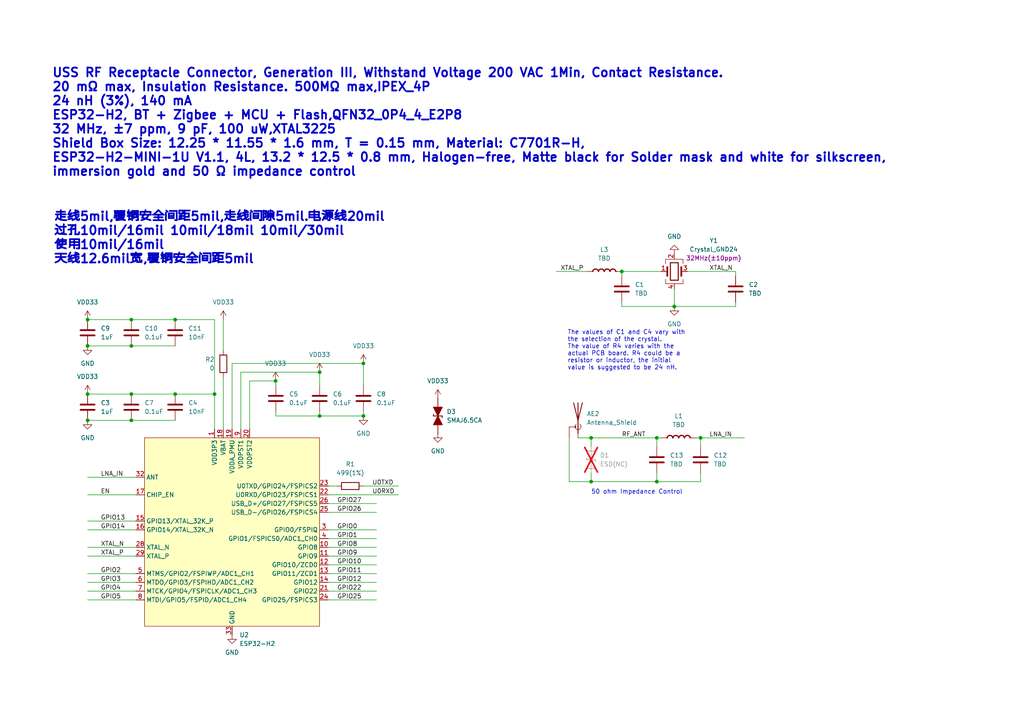
<source format=kicad_sch>
(kicad_sch (version 20250114) (generator "eeschema") (generator_version "9.0")
  (paper "A4")
  (lib_symbols
    (symbol "Device:Antenna_Shield" (pin_numbers (hide yes)) (pin_names (offset 1.016) (hide yes))
      (property "Reference" "AE" (at -1.905 4.445 0))
      (property "Value" "Antenna_Shield" (at -1.905 2.54 0))
      (symbol "Antenna_Shield_0_1"
        (arc (start 0 -2.667) (mid -0.8485 -2.1032) (end -0.508 -1.143))
        (polyline (pts (xy 0 5.08) (xy 0 -3.81)) (stroke (width 0.254)))
        (polyline (pts (xy 0 -2.54) (xy 0 0)))
        (arc (start 0.508 -1.143) (mid 0.8046 -2.0885) (end 0 -2.667))
        (polyline (pts (xy 0.762 -1.905) (xy 2.54 -1.905)))
        (circle (center 0.762 -1.905) (radius 0.1778) (fill (type outline)))
        (polyline (pts (xy 1.27 5.08) (xy 0 0) (xy -1.27 5.08)) (stroke (width 0.254)))
        (polyline (pts (xy 2.54 -2.54) (xy 2.54 -1.905)))
      )
      (symbol "Antenna_Shield_1_1"
        (pin input line (at 0 -5.08 90) (length 2.54) (name "A") (number "1"))
        (pin input line (at 2.54 -5.08 90) (length 2.54) (name "Shield") (number "2"))
      )
    )
    (symbol "Device:Crystal_GND24" (pin_names (offset 1.016) (hide yes))
      (property "Reference" "Y" (at 3.175 5.08 0))
      (property "Value" "Crystal_GND24" (at 3.175 3.175 0))
      (symbol "Crystal_GND24_0_1"
        (polyline (pts (xy -2.54 2.286) (xy -2.54 3.556) (xy 2.54 3.556) (xy 2.54 2.286)))
        (polyline (pts (xy -2.54 0) (xy -2.032 0)))
        (polyline (pts (xy -2.54 -2.286) (xy -2.54 -3.556) (xy 2.54 -3.556) (xy 2.54 -2.286)))
        (polyline (pts (xy -2.032 -1.27) (xy -2.032 1.27)) (stroke (width 0.508)))
        (rectangle (start -1.143 2.54) (end 1.143 -2.54) (stroke (width 0.3048)))
        (polyline (pts (xy 0 3.556) (xy 0 3.81)))
        (polyline (pts (xy 0 -3.81) (xy 0 -3.556)))
        (polyline (pts (xy 2.032 0) (xy 2.54 0)))
        (polyline (pts (xy 2.032 -1.27) (xy 2.032 1.27)) (stroke (width 0.508)))
      )
      (symbol "Crystal_GND24_1_1"
        (pin passive line (at -3.81 0 0) (length 1.27) (name "1") (number "1"))
        (pin passive line (at 0 5.08 270) (length 1.27) (name "2") (number "2"))
        (pin passive line (at 0 -5.08 90) (length 1.27) (name "4") (number "4"))
        (pin passive line (at 3.81 0 180) (length 1.27) (name "3") (number "3"))
      )
    )
    (symbol "Diode:ESD9B5.0ST5G" (pin_numbers (hide yes)) (pin_names (offset 1.016) (hide yes))
      (property "Reference" "D" (at 0 2.54 0))
      (property "Value" "ESD9B5.0ST5G" (at 0 -2.54 0))
      (symbol "ESD9B5.0ST5G_0_1"
        (polyline (pts (xy -2.54 -1.27) (xy 0 0) (xy -2.54 1.27) (xy -2.54 -1.27)) (stroke (width 0.2032)))
        (polyline (pts (xy 0.508 1.27) (xy 0 1.27) (xy 0 -1.27) (xy -0.508 -1.27)) (stroke (width 0.2032)))
        (polyline (pts (xy 1.27 0) (xy -1.27 0)))
        (polyline (pts (xy 2.54 1.27) (xy 2.54 -1.27) (xy 0 0) (xy 2.54 1.27)) (stroke (width 0.2032)))
      )
      (symbol "ESD9B5.0ST5G_1_1"
        (pin passive line (at -3.81 0 0) (length 2.54) (name "A1") (number "1"))
        (pin passive line (at 3.81 0 180) (length 2.54) (name "A2") (number "2"))
      )
    )
    (symbol "PCM_Capacitor_AKL:C_1206" (pin_numbers (hide yes)) (pin_names (offset 0.254))
      (property "Reference" "C" (at 0.635 2.54 0))
      (property "Value" "C_1206" (at 0.635 -2.54 0))
      (symbol "C_1206_0_1"
        (polyline (pts (xy -2.032 0.762) (xy 2.032 0.762)) (stroke (width 0.508)))
        (polyline (pts (xy -2.032 -0.762) (xy 2.032 -0.762)) (stroke (width 0.508)))
      )
      (symbol "C_1206_0_2"
        (polyline (pts (xy -2.54 -2.54) (xy -0.381 -0.381)))
        (polyline (pts (xy -0.508 -0.508) (xy -1.651 0.635)) (stroke (width 0.508)))
        (polyline (pts (xy -0.508 -0.508) (xy 0.635 -1.651)) (stroke (width 0.508)))
        (polyline (pts (xy 0.381 0.381) (xy 2.54 2.54)))
        (polyline (pts (xy 0.508 0.508) (xy -0.635 1.651)) (stroke (width 0.508)))
        (polyline (pts (xy 0.508 0.508) (xy 1.651 -0.635)) (stroke (width 0.508)))
      )
      (symbol "C_1206_1_1"
        (pin passive line (at 0 3.81 270) (length 2.794) (name "~") (number "1"))
        (pin passive line (at 0 -3.81 90) (length 2.794) (name "~") (number "2"))
      )
      (symbol "C_1206_1_2"
        (pin passive line (at -2.54 -2.54 90) (length 0) (name "~") (number "2"))
        (pin passive line (at 2.54 2.54 270) (length 0) (name "~") (number "1"))
      )
    )
    (symbol "PCM_Diode_TVS_AKL:SMAJ6.5CA" (pin_numbers (hide yes)) (pin_names (offset 1.016) (hide yes))
      (property "Reference" "D" (at 0 5.08 0))
      (property "Value" "SMAJ6.5CA" (at 0 2.54 0))
      (symbol "SMAJ6.5CA_0_1"
        (polyline (pts (xy 0 1.27) (xy 0 -1.27)) (stroke (width 0.254)))
        (polyline (pts (xy 0 1.27) (xy 0.508 1.27)) (stroke (width 0.254)))
        (polyline (pts (xy 0 0) (xy -2.54 1.27) (xy -2.54 -1.27) (xy 0 0)) (stroke (width 0.254)) (fill (type outline)))
        (polyline (pts (xy 0 -1.27) (xy -0.508 -1.27)) (stroke (width 0.254)))
        (polyline (pts (xy 1.27 0) (xy -1.27 0)))
        (polyline (pts (xy 2.54 1.27) (xy 2.54 -1.27) (xy 0 0) (xy 2.54 1.27)) (stroke (width 0.254)) (fill (type outline)))
      )
      (symbol "SMAJ6.5CA_0_2"
        (polyline (pts (xy -3.81 -3.81) (xy 3.81 3.81)))
        (polyline (pts (xy -1.778 -1.778) (xy -2.667 -0.889) (xy 0 0) (xy -0.889 -2.667) (xy -1.778 -1.778)) (stroke (width 0.254)) (fill (type outline)))
        (polyline (pts (xy -0.889 0.889) (xy -1.27 0.508)) (stroke (width 0.254)))
        (polyline (pts (xy -0.889 0.889) (xy 0.889 -0.889)) (stroke (width 0.254)))
        (polyline (pts (xy 0.889 -0.889) (xy 1.27 -0.508)) (stroke (width 0.254)))
        (polyline (pts (xy 1.778 1.778) (xy 2.667 0.889) (xy 0 0) (xy 0.889 2.667) (xy 1.778 1.778)) (stroke (width 0.254)) (fill (type outline)))
      )
      (symbol "SMAJ6.5CA_1_1"
        (pin passive line (at -5.08 0 0) (length 2.54) (name "K") (number "1"))
        (pin passive line (at 5.08 0 180) (length 2.54) (name "A") (number "2"))
      )
      (symbol "SMAJ6.5CA_1_2"
        (pin passive line (at -3.81 -3.81 0) (length 0) (name "A") (number "2"))
        (pin passive line (at 3.81 3.81 180) (length 0) (name "K") (number "1"))
      )
    )
    (symbol "PCM_Elektuur:L" (pin_numbers (hide yes)) (pin_names (offset 0) (hide yes))
      (property "Reference" "L" (at 2.54 3.175 0))
      (property "Value" "L" (at 2.54 -3.175 0))
      (symbol "L_1_0"
        (arc (start 0 3.302) (mid 0.6604 2.5146) (end 0 1.7272) (stroke (width 0.254)))
        (arc (start 0 1.6256) (mid 0.6604 0.8382) (end 0 0.0508) (stroke (width 0.254)))
        (arc (start 0 -0.0508) (mid 0.6604 -0.8382) (end 0 -1.6256) (stroke (width 0.254)))
        (arc (start 0 -1.7272) (mid 0.6604 -2.5146) (end 0 -3.302) (stroke (width 0.254)))
        (arc (start 0 3.4036) (mid 0.762 2.5146) (end 0 1.6256) (stroke (width 0.254)))
        (arc (start 0 1.7272) (mid 0.762 0.8382) (end 0 -0.0508) (stroke (width 0.254)))
        (arc (start 0 0.0508) (mid 0.762 -0.8382) (end 0 -1.7272) (stroke (width 0.254)))
        (arc (start 0 -1.6256) (mid 0.762 -2.5146) (end 0 -3.4036) (stroke (width 0.254)))
        (polyline (pts (xy 0 3.5052) (xy 0 3.302)) (stroke (width 0.254)))
        (polyline (pts (xy 0 1.7272) (xy 0 1.6256)) (stroke (width 0.254)))
        (polyline (pts (xy 0 0.0508) (xy 0 -0.0508)) (stroke (width 0.254)))
        (polyline (pts (xy 0 -1.6256) (xy 0 -1.7272)) (stroke (width 0.254)))
        (polyline (pts (xy 0 -3.302) (xy 0 -3.5052)) (stroke (width 0.254)))
        (pin passive line (at 0 5.08 270) (length 1.5748) (name "+") (number "1"))
        (pin passive line (at 0 -5.08 90) (length 1.5748) (name "-") (number "2"))
      )
      (symbol "L_1_2"
        (rectangle (start 1.524 3.3782) (end 1.9812 -3.3782) (stroke (width 0.254)) (fill (type outline)))
      )
      (symbol "L_1_3"
        (rectangle (start 1.524 3.0988) (end 1.9812 1.9304) (stroke (width 0.254)) (fill (type outline)))
        (rectangle (start 1.524 1.4224) (end 1.9812 0.254) (stroke (width 0.254)) (fill (type outline)))
        (rectangle (start 1.524 -0.254) (end 1.9812 -1.4224) (stroke (width 0.254)) (fill (type outline)))
        (rectangle (start 1.524 -1.9304) (end 1.9812 -3.0988) (stroke (width 0.254)) (fill (type outline)))
      )
    )
    (symbol "PCM_Espressif:ESP32-H2"
      (property "Reference" "U" (at -25.4 30.48 0))
      (property "Value" "ESP32-H2" (at 20.32 30.48 0))
      (symbol "ESP32-H2_0_1"
        (rectangle (start -25.4 29.21) (end 25.4 -25.4) (fill (type background)))
      )
      (symbol "ESP32-H2_1_1"
        (pin bidirectional line (at -27.94 17.78 0) (length 2.54) (name "ANT") (number "32"))
        (pin input line (at -27.94 12.7 0) (length 2.54) (name "CHIP_EN") (number "17"))
        (pin bidirectional line (at -27.94 5.08 0) (length 2.54) (name "GPIO13/XTAL_32K_P") (number "15"))
        (pin bidirectional line (at -27.94 2.54 0) (length 2.54) (name "GPIO14/XTAL_32K_N") (number "16"))
        (pin output line (at -27.94 -2.54 0) (length 2.54) (name "XTAL_N") (number "28"))
        (pin input line (at -27.94 -5.08 0) (length 2.54) (name "XTAL_P") (number "29"))
        (pin bidirectional line (at -27.94 -10.16 0) (length 2.54) (name "MTMS/GPIO2/FSPIWP/ADC1_CH1") (number "5"))
        (pin bidirectional line (at -27.94 -12.7 0) (length 2.54) (name "MTDO/GPIO3/FSPIHD/ADC1_CH2") (number "6"))
        (pin bidirectional line (at -27.94 -15.24 0) (length 2.54) (name "MTCK/GPIO4/FSPICLK/ADC1_CH3") (number "7"))
        (pin bidirectional line (at -27.94 -17.78 0) (length 2.54) (name "MTDI/GPIO5/FSPID/ADC1_CH4") (number "8"))
        (pin power_in line (at -5.08 31.75 270) (length 2.54) (name "VDD3P3") (number "1"))
        (pin passive line (at -5.08 31.75 270) (length 2.54) (hide yes) (name "VDD3P3") (number "2"))
        (pin passive line (at -5.08 31.75 270) (length 2.54) (hide yes) (name "VDD3P3") (number "27"))
        (pin passive line (at -5.08 31.75 270) (length 2.54) (hide yes) (name "VDD3P3") (number "30"))
        (pin passive line (at -5.08 31.75 270) (length 2.54) (hide yes) (name "VDD3P3") (number "31"))
        (pin power_in line (at -2.54 31.75 270) (length 2.54) (name "VBAT") (number "18"))
        (pin power_in line (at 0 31.75 270) (length 2.54) (name "VDDA_PMU") (number "19"))
        (pin power_in line (at 0 -27.94 90) (length 2.54) (name "GND") (number "33"))
        (pin power_in line (at 2.54 31.75 270) (length 2.54) (name "VDDPST1") (number "9"))
        (pin power_in line (at 5.08 31.75 270) (length 2.54) (name "VDDPST2") (number "20"))
        (pin bidirectional line (at 27.94 15.24 180) (length 2.54) (name "U0TXD/GPIO24/FSPICS2") (number "23"))
        (pin bidirectional line (at 27.94 12.7 180) (length 2.54) (name "U0RXD/GPIO23/FSPICS1") (number "22"))
        (pin bidirectional line (at 27.94 10.16 180) (length 2.54) (name "USB_D+/GPIO27/FSPICS5") (number "26"))
        (pin bidirectional line (at 27.94 7.62 180) (length 2.54) (name "USB_D-/GPIO26/FSPICS4") (number "25"))
        (pin bidirectional line (at 27.94 2.54 180) (length 2.54) (name "GPIO0/FSPIQ") (number "3"))
        (pin bidirectional line (at 27.94 0 180) (length 2.54) (name "GPIO1/FSPICS0/ADC1_CH0") (number "4"))
        (pin bidirectional line (at 27.94 -2.54 180) (length 2.54) (name "GPIO8") (number "10"))
        (pin bidirectional line (at 27.94 -5.08 180) (length 2.54) (name "GPIO9") (number "11"))
        (pin bidirectional line (at 27.94 -7.62 180) (length 2.54) (name "GPIO10/ZCD0") (number "12"))
        (pin bidirectional line (at 27.94 -10.16 180) (length 2.54) (name "GPIO11/ZCD1") (number "13"))
        (pin bidirectional line (at 27.94 -12.7 180) (length 2.54) (name "GPIO12") (number "14"))
        (pin bidirectional line (at 27.94 -15.24 180) (length 2.54) (name "GPIO22") (number "21"))
        (pin bidirectional line (at 27.94 -17.78 180) (length 2.54) (name "GPIO25/FSPICS3") (number "24"))
      )
    )
    (symbol "PCM_Resistor_AKL:R_1206" (pin_numbers (hide yes)) (pin_names (offset 0))
      (property "Reference" "R" (at 2.54 1.27 0))
      (property "Value" "R_1206" (at 2.54 -1.27 0))
      (symbol "R_1206_0_1"
        (rectangle (start -1.016 2.54) (end 1.016 -2.54) (stroke (width 0.254)))
      )
      (symbol "R_1206_0_2"
        (polyline (pts (xy -2.54 -2.54) (xy -1.524 -1.524)))
        (polyline (pts (xy 1.524 1.524) (xy 2.54 2.54)))
        (polyline (pts (xy 1.524 1.524) (xy 0.889 2.159) (xy -2.159 -0.889) (xy -0.889 -2.159) (xy 2.159 0.889) (xy 1.524 1.524)) (stroke (width 0.254)))
      )
      (symbol "R_1206_1_1"
        (pin passive line (at 0 3.81 270) (length 1.27) (name "~") (number "1"))
        (pin passive line (at 0 -3.81 90) (length 1.27) (name "~") (number "2"))
      )
      (symbol "R_1206_1_2"
        (pin passive line (at -2.54 -2.54 0) (length 0) (name "") (number "2"))
        (pin passive line (at 2.54 2.54 180) (length 0) (name "") (number "1"))
      )
    )
    (symbol "power:+3.3V" (power) (pin_numbers (hide yes)) (pin_names (offset 0) (hide yes))
      (property "Value" "+3.3V" (at 0 3.556 0))
      (symbol "+3.3V_0_1"
        (polyline (pts (xy -0.762 1.27) (xy 0 2.54)))
        (polyline (pts (xy 0 2.54) (xy 0.762 1.27)))
        (polyline (pts (xy 0 0) (xy 0 2.54)))
      )
      (symbol "+3.3V_1_1"
        (pin power_in line (at 0 0 90) (length 0) (name "~") (number "1"))
      )
    )
    (symbol "power:GND" (power) (pin_numbers (hide yes)) (pin_names (offset 0) (hide yes))
      (property "Value" "GND" (at 0 -3.81 0))
      (symbol "GND_0_1"
        (polyline (pts (xy 0 0) (xy 0 -1.27) (xy 1.27 -1.27) (xy 0 -2.54) (xy -1.27 -1.27) (xy 0 -1.27)))
      )
      (symbol "GND_1_1"
        (pin power_in line (at 0 0 270) (length 0) (name "~") (number "1"))
      )
    )
  )
  (text "50 ohm Impedance Control" (at 171.45 143.51 0) (effects (font (size 1.27 1.27)) (justify left bottom)))
  (text "The values of C1 and C4 vary with\nthe selection of the crystal.\nThe value of R4 varies with the\nactual PCB board. R4 could be a\nresistor or inductor, the initial\nvalue is suggested to be 24 nH.\n" (exclude_from_sim yes) (at 164.592 101.6 0) (effects (font (size 1.27 1.27) (thickness 0.1588)) (justify left)))
  (text "USS RF Receptacle Connector, Generation III, Withstand Voltage 200 VAC 1Min, Contact Resistance. \n20 mΩ max, Insulation Resistance. 500MΩ max,IPEX_4P\n24 nH (3%), 140 mA\nESP32-H2, BT + Zigbee + MCU + Flash,QFN32_0P4_4_E2P8\n32 MHz, ±7 ppm, 9 pF, 100 uW,XTAL3225\nShield Box Size: 12.25 * 11.55 * 1.6 mm, T = 0.15 mm, Material: C7701R-H,\nESP32-H2-MINI-1U V1.1, 4L, 13.2 * 12.5 * 0.8 mm, Halogen-free, Matte black for Solder mask and white for silkscreen, \nimmersion gold and 50 Ω impedance control" (exclude_from_sim yes) (at 14.986 35.56 0) (effects (font (size 2.54 2.54) (thickness 0.508) (bold yes)) (justify left)))
  (text "走线5mil,覆铜安全间距5mil,走线间隙5mil.电源线20mil\n过孔10mil/16mil 10mil/18mil 10mil/30mil\n使用10mil/16mil\n天线12.6mil宽,覆铜安全间距5mil\n" (exclude_from_sim yes) (at 15.494 69.088 0) (effects (font (size 2.54 2.54) (thickness 0.508) (bold yes)) (justify left)))
  (junction (at 25.4 121.92))
  (junction (at 79.9309 110.49))
  (junction (at 62.23 114.3))
  (junction (at 50.8 92.71))
  (junction (at 38.1 92.71))
  (junction (at 105.41 120.65))
  (junction (at 25.4 114.3))
  (junction (at 190.5 139.7))
  (junction (at 171.45 127))
  (junction (at 25.4 92.71))
  (junction (at 38.1 114.3))
  (junction (at 38.1 100.33))
  (junction (at 195.58 88.9))
  (junction (at 190.5 127))
  (junction (at 50.8 114.3))
  (junction (at 105.41 105.41))
  (junction (at 203.2 127))
  (junction (at 25.4 100.33))
  (junction (at 92.71 120.65))
  (junction (at 171.45 139.7))
  (junction (at 38.1 121.92))
  (junction (at 180.34 78.74))
  (junction (at 92.71 107.95))
  (wire (pts (xy 62.23 124.46) (xy 62.23 114.3)))
  (wire (pts (xy 64.77 109.3293) (xy 64.77 124.46)))
  (wire (pts (xy 190.5 127) (xy 190.5 129.54)))
  (wire (pts (xy 171.45 139.7) (xy 190.5 139.7)))
  (wire (pts (xy 95.25 173.99) (xy 109.22 173.99)))
  (wire (pts (xy 95.25 168.91) (xy 109.22 168.91)))
  (wire (pts (xy 95.25 153.67) (xy 109.22 153.67)))
  (wire (pts (xy 95.25 158.75) (xy 109.22 158.75)))
  (wire (pts (xy 67.31 105.41) (xy 105.41 105.41)))
  (wire (pts (xy 105.41 105.41) (xy 105.41 111.76)))
  (wire (pts (xy 95.25 163.83) (xy 109.22 163.83)))
  (wire (pts (xy 95.25 156.21) (xy 109.22 156.21)))
  (wire (pts (xy 95.25 171.45) (xy 109.22 171.45)))
  (wire (pts (xy 165.1 127) (xy 165.1 139.7)))
  (wire (pts (xy 25.4 151.13) (xy 39.37 151.13)))
  (wire (pts (xy 72.39 124.46) (xy 72.39 110.49)))
  (wire (pts (xy 25.4 171.45) (xy 39.37 171.45)))
  (wire (pts (xy 95.25 148.59) (xy 109.22 148.59)))
  (wire (pts (xy 190.5 137.16) (xy 190.5 139.7)))
  (wire (pts (xy 80.01 110.49) (xy 80.01 111.76)))
  (wire (pts (xy 25.4 161.29) (xy 39.37 161.29)))
  (wire (pts (xy 95.25 146.05) (xy 109.22 146.05)))
  (wire (pts (xy 95.25 143.51) (xy 115.57 143.51)))
  (wire (pts (xy 180.34 87.63) (xy 180.34 88.9)))
  (wire (pts (xy 69.85 124.46) (xy 69.85 107.95)))
  (wire (pts (xy 171.45 127) (xy 171.45 129.54)))
  (wire (pts (xy 25.4 138.43) (xy 39.37 138.43)))
  (wire (pts (xy 62.23 92.71) (xy 62.23 114.3)))
  (wire (pts (xy 203.2 129.54) (xy 203.2 127)))
  (wire (pts (xy 165.1 139.7) (xy 171.45 139.7)))
  (wire (pts (xy 203.2 127) (xy 215.9 127)))
  (wire (pts (xy 67.31 124.46) (xy 67.31 105.41)))
  (wire (pts (xy 180.34 78.74) (xy 191.77 78.74)))
  (wire (pts (xy 80.01 120.65) (xy 92.71 120.65)))
  (wire (pts (xy 92.71 120.65) (xy 105.41 120.65)))
  (wire (pts (xy 195.58 88.9) (xy 213.36 88.9)))
  (wire (pts (xy 25.4 166.37) (xy 39.37 166.37)))
  (wire (pts (xy 203.2 139.7) (xy 203.2 137.16)))
  (wire (pts (xy 180.34 78.74) (xy 180.34 80.01)))
  (wire (pts (xy 161.29 78.74) (xy 170.18 78.74)))
  (wire (pts (xy 105.41 120.65) (xy 105.41 119.38)))
  (wire (pts (xy 38.1 121.92) (xy 50.8 121.92)))
  (wire (pts (xy 38.1 100.33) (xy 50.8 100.33)))
  (wire (pts (xy 25.4 158.75) (xy 39.37 158.75)))
  (wire (pts (xy 25.4 121.92) (xy 38.1 121.92)))
  (wire (pts (xy 92.71 107.95) (xy 92.71 111.76)))
  (wire (pts (xy 95.25 166.37) (xy 109.22 166.37)))
  (wire (pts (xy 95.25 161.29) (xy 109.22 161.29)))
  (wire (pts (xy 69.85 107.95) (xy 92.71 107.95)))
  (wire (pts (xy 79.9309 110.49) (xy 80.01 110.49)))
  (wire (pts (xy 171.45 137.16) (xy 171.45 139.7)))
  (wire (pts (xy 72.39 110.49) (xy 79.9309 110.49)))
  (wire (pts (xy 191.77 127) (xy 190.5 127)))
  (wire (pts (xy 213.36 88.9) (xy 213.36 87.63)))
  (wire (pts (xy 195.58 88.9) (xy 195.58 83.82)))
  (wire (pts (xy 105.41 140.97) (xy 115.57 140.97)))
  (wire (pts (xy 50.8 114.3) (xy 38.1 114.3)))
  (wire (pts (xy 213.36 78.74) (xy 213.36 80.01)))
  (wire (pts (xy 50.8 92.71) (xy 62.23 92.71)))
  (wire (pts (xy 80.01 119.38) (xy 80.01 120.65)))
  (wire (pts (xy 25.4 153.67) (xy 39.37 153.67)))
  (wire (pts (xy 167.64 127) (xy 171.45 127)))
  (wire (pts (xy 38.1 92.71) (xy 25.4 92.71)))
  (wire (pts (xy 25.4 100.33) (xy 38.1 100.33)))
  (wire (pts (xy 92.71 120.65) (xy 92.71 119.38)))
  (wire (pts (xy 38.1 114.3) (xy 25.4 114.3)))
  (wire (pts (xy 95.25 140.97) (xy 97.79 140.97)))
  (wire (pts (xy 25.4 168.91) (xy 39.37 168.91)))
  (wire (pts (xy 25.4 143.51) (xy 39.37 143.51)))
  (wire (pts (xy 199.39 78.74) (xy 213.36 78.74)))
  (wire (pts (xy 64.77 92.71) (xy 64.77 101.7093)))
  (wire (pts (xy 50.8 92.71) (xy 38.1 92.71)))
  (wire (pts (xy 190.5 139.7) (xy 203.2 139.7)))
  (wire (pts (xy 180.34 88.9) (xy 195.58 88.9)))
  (wire (pts (xy 25.4 173.99) (xy 39.37 173.99)))
  (wire (pts (xy 171.45 127) (xy 190.5 127)))
  (wire (pts (xy 62.23 114.3) (xy 50.8 114.3)))
  (wire (pts (xy 203.2 127) (xy 201.93 127)))
  (label "XTAL_N" (at 29.21 158.75 0))
  (label "XTAL_N" (at 205.74 78.74 0))
  (label "GPIO4" (at 29.21 171.45 0))
  (label "U0RXD" (at 107.95 143.51 0))
  (label "GPIO10" (at 97.79 163.83 0))
  (label "GPIO0" (at 97.79 153.67 0))
  (label "GPIO13" (at 29.21 151.13 0))
  (label "XTAL_P" (at 162.56 78.74 0))
  (label "GPIO3" (at 29.21 168.91 0))
  (label "GPIO27" (at 97.79 146.05 0))
  (label "EN" (at 29.21 143.51 0))
  (label "GPIO1" (at 97.79 156.21 0))
  (label "GPIO8" (at 97.79 158.75 0))
  (label "GPIO25" (at 97.79 173.99 0))
  (label "GPIO5" (at 29.21 173.99 0))
  (label "GPIO14" (at 29.21 153.67 0))
  (label "GPIO26" (at 97.79 148.59 0))
  (label "RF_ANT" (at 180.34 127 0))
  (label "GPIO11" (at 97.79 166.37 0))
  (label "GPIO22" (at 97.79 171.45 0))
  (label "LNA_IN" (at 29.21 138.43 0))
  (label "GPIO2" (at 29.21 166.37 0))
  (label "U0TXD" (at 107.95 140.97 0))
  (label "GPIO9" (at 97.79 161.29 0))
  (label "LNA_IN" (at 205.74 127 0))
  (label "GPIO12" (at 97.79 168.91 0))
  (label "XTAL_P" (at 29.21 161.29 0))
  (symbol (lib_id "power:GND") (at 25.4 121.92 0) (unit 1)
    (property "Reference" "#PWR01" (effects (hide yes)))
    (property "Value" "GND" (at 25.4 127 0))
    (property "Description" "Power symbol creates a global label with name \"GND\" , ground" (effects (hide yes)))
  )
  (symbol (lib_id "PCM_Capacitor_AKL:C_1206") (at 180.34 83.82 0) (unit 1)
    (property "Reference" "C1" (at 184.15 82.5499 0) (effects (justify left)))
    (property "Value" "TBD" (at 184.15 85.0899 0) (effects (justify left)))
    (property "Footprint" "PCM_Capacitor_SMD_AKL:C_1206_3216Metric" (effects (hide yes)))
    (property "Description" "SMD 1206 MLCC capacitor, Alternate KiCad Library" (effects (hide yes)))
  )
  (symbol (lib_id "power:GND") (at 195.58 73.66 180) (unit 1)
    (property "Reference" "#PWR06" (effects (hide yes)))
    (property "Value" "GND" (at 195.58 68.58 0))
    (property "Description" "Power symbol creates a global label with name \"GND\" , ground" (effects (hide yes)))
  )
  (symbol (lib_id "power:GND") (at 67.31 184.15 0) (unit 1)
    (property "Reference" "#PWR02" (effects (hide yes)))
    (property "Value" "GND" (at 67.31 189.23 0))
    (property "Description" "Power symbol creates a global label with name \"GND\" , ground" (effects (hide yes)))
  )
  (symbol (lib_id "PCM_Capacitor_AKL:C_1206") (at 92.71 115.57 0) (unit 1)
    (property "Reference" "C6" (at 96.52 114.2999 0) (effects (justify left)))
    (property "Value" "0.1uF" (at 96.52 116.8399 0) (effects (justify left)))
    (property "Footprint" "PCM_Capacitor_SMD_AKL:C_1206_3216Metric" (effects (hide yes)))
    (property "Description" "SMD 1206 MLCC capacitor, Alternate KiCad Library" (effects (hide yes)))
  )
  (symbol (lib_id "PCM_Elektuur:L") (at 175.26 78.74 90) (unit 1)
    (property "Reference" "L3" (at 175.26 72.39 90))
    (property "Value" "TBD" (at 175.26 74.93 90))
    (property "Description" "coil/winding/inductor/choke/reactor" (effects (hide yes)))
    (property "Indicator" "●" (effects (hide yes)))
    (property "Rating" "A" (effects (hide yes)))
  )
  (symbol (lib_id "power:+3.3V") (at 127 115.57 0) (unit 1)
    (property "Reference" "#PWR013" (effects (hide yes)))
    (property "Value" "VDD33" (at 127 110.49 0))
    (property "Description" "Power symbol creates a global label with name \"+3.3V\"" (effects (hide yes)))
  )
  (symbol (lib_id "Device:Crystal_GND24") (at 195.58 78.74 0) (unit 1)
    (property "Reference" "Y1" (at 207.01 69.7798 0))
    (property "Value" "Crystal_GND24" (at 207.01 72.3198 0))
    (property "Description" "Four pin crystal, GND on pins 2 and 4" (effects (hide yes)))
    (property "MS" "32MHz(±10ppm)" (at 207.01 74.8598 0))
  )
  (symbol (lib_id "PCM_Elektuur:L") (at 196.85 127 90) (unit 1)
    (property "Reference" "L1" (at 196.85 120.65 90))
    (property "Value" "TBD" (at 196.85 123.19 90))
    (property "Description" "coil/winding/inductor/choke/reactor" (effects (hide yes)))
    (property "Indicator" "●" (effects (hide yes)))
    (property "Rating" "A" (effects (hide yes)))
  )
  (symbol (lib_id "power:GND") (at 105.41 120.65 0) (unit 1)
    (property "Reference" "#PWR09" (effects (hide yes)))
    (property "Value" "GND" (at 105.41 125.73 0))
    (property "Description" "Power symbol creates a global label with name \"GND\" , ground" (effects (hide yes)))
  )
  (symbol (lib_id "power:+3.3V") (at 92.71 107.95 0) (unit 1)
    (property "Reference" "#PWR08" (effects (hide yes)))
    (property "Value" "VDD33" (at 92.71 102.87 0))
    (property "Description" "Power symbol creates a global label with name \"+3.3V\"" (effects (hide yes)))
  )
  (symbol (lib_id "PCM_Diode_TVS_AKL:SMAJ6.5CA") (at 127 120.65 90) (unit 1)
    (property "Reference" "D3" (at 129.54 119.3799 90) (effects (justify right)))
    (property "Value" "SMAJ6.5CA" (at 129.54 121.9199 90) (effects (justify right)))
    (property "Footprint" "PCM_Diode_SMD_AKL:D_SMA_TVS" (effects (hide yes)))
    (property "Datasheet" "https://www.tme.eu/Document/dbc72d81c249fe51b6ab42300e8e06d0/SMAJ_ser.pdf" (effects (hide yes)))
    (property "Description" "SMA Bidirectional TVS Diode, 6.5V, 400W, Alternate KiCAD Library" (effects (hide yes)))
  )
  (symbol (lib_id "power:GND") (at 25.4 100.33 0) (unit 1)
    (property "Reference" "#PWR012" (effects (hide yes)))
    (property "Value" "GND" (at 25.4 105.41 0))
    (property "Description" "Power symbol creates a global label with name \"GND\" , ground" (effects (hide yes)))
  )
  (symbol (lib_id "Device:Antenna_Shield") (at 167.64 121.92 0) (mirror y) (unit 1)
    (property "Reference" "AE2" (at 170.18 120.0149 0) (effects (justify right)))
    (property "Value" "Antenna_Shield" (at 170.18 122.5549 0) (effects (justify right)))
    (property "Description" "Antenna with extra pin for shielding" (effects (hide yes)))
  )
  (symbol (lib_id "power:+3.3V") (at 79.9309 110.49 0) (unit 1)
    (property "Reference" "#PWR07" (effects (hide yes)))
    (property "Value" "VDD33" (at 79.9309 105.41 0))
    (property "Description" "Power symbol creates a global label with name \"+3.3V\"" (effects (hide yes)))
  )
  (symbol (lib_id "power:+3.3V") (at 25.4 92.71 0) (unit 1)
    (property "Reference" "#PWR011" (effects (hide yes)))
    (property "Value" "VDD33" (at 25.4 87.63 0))
    (property "Description" "Power symbol creates a global label with name \"+3.3V\"" (effects (hide yes)))
  )
  (symbol (lib_id "PCM_Capacitor_AKL:C_1206") (at 25.4 118.11 0) (unit 1)
    (property "Reference" "C3" (at 29.21 116.8399 0) (effects (justify left)))
    (property "Value" "1uF" (at 29.21 119.3799 0) (effects (justify left)))
    (property "Footprint" "PCM_Capacitor_SMD_AKL:C_1206_3216Metric" (effects (hide yes)))
    (property "Description" "SMD 1206 MLCC capacitor, Alternate KiCad Library" (effects (hide yes)))
  )
  (symbol (lib_id "PCM_Capacitor_AKL:C_1206") (at 25.4 96.52 0) (unit 1)
    (property "Reference" "C9" (at 29.21 95.2499 0) (effects (justify left)))
    (property "Value" "1uF" (at 29.21 97.7899 0) (effects (justify left)))
    (property "Footprint" "PCM_Capacitor_SMD_AKL:C_1206_3216Metric" (effects (hide yes)))
    (property "Description" "SMD 1206 MLCC capacitor, Alternate KiCad Library" (effects (hide yes)))
  )
  (symbol (lib_id "PCM_Resistor_AKL:R_1206") (at 101.6 140.97 90) (unit 1)
    (property "Reference" "R1" (at 101.6 134.62 90))
    (property "Value" "499(1%)" (at 101.6 137.16 90))
    (property "Footprint" "PCM_Resistor_SMD_AKL:R_1206_3216Metric" (effects (hide yes)))
    (property "Description" "SMD 1206 Chip Resistor, European Symbol, Alternate KiCad Library" (effects (hide yes)))
  )
  (symbol (lib_id "power:+3.3V") (at 64.77 92.71 0) (unit 1)
    (property "Reference" "#PWR04" (effects (hide yes)))
    (property "Value" "VDD33" (at 64.77 87.63 0))
    (property "Description" "Power symbol creates a global label with name \"+3.3V\"" (effects (hide yes)))
  )
  (symbol (lib_id "power:GND") (at 127 125.73 0) (unit 1)
    (property "Reference" "#PWR014" (effects (hide yes)))
    (property "Value" "GND" (at 127 130.81 0))
    (property "Description" "Power symbol creates a global label with name \"GND\" , ground" (effects (hide yes)))
  )
  (symbol (lib_id "PCM_Capacitor_AKL:C_1206") (at 38.1 96.52 0) (unit 1)
    (property "Reference" "C10" (at 41.91 95.2499 0) (effects (justify left)))
    (property "Value" "0.1uF" (at 41.91 97.7899 0) (effects (justify left)))
    (property "Footprint" "PCM_Capacitor_SMD_AKL:C_1206_3216Metric" (effects (hide yes)))
    (property "Description" "SMD 1206 MLCC capacitor, Alternate KiCad Library" (effects (hide yes)))
  )
  (symbol (lib_id "PCM_Capacitor_AKL:C_1206") (at 105.41 115.57 0) (unit 1)
    (property "Reference" "C8" (at 109.22 114.2999 0) (effects (justify left)))
    (property "Value" "0.1uF" (at 109.22 116.8399 0) (effects (justify left)))
    (property "Footprint" "PCM_Capacitor_SMD_AKL:C_1206_3216Metric" (effects (hide yes)))
    (property "Description" "SMD 1206 MLCC capacitor, Alternate KiCad Library" (effects (hide yes)))
  )
  (symbol (lib_id "PCM_Capacitor_AKL:C_1206") (at 203.2 133.35 0) (unit 1)
    (property "Reference" "C12" (at 207.01 132.0799 0) (effects (justify left)))
    (property "Value" "TBD" (at 207.01 134.6199 0) (effects (justify left)))
    (property "Footprint" "PCM_Capacitor_SMD_AKL:C_1206_3216Metric" (effects (hide yes)))
    (property "Description" "SMD 1206 MLCC capacitor, Alternate KiCad Library" (effects (hide yes)))
  )
  (symbol (lib_id "PCM_Capacitor_AKL:C_1206") (at 80.01 115.57 0) (unit 1)
    (property "Reference" "C5" (at 83.82 114.2999 0) (effects (justify left)))
    (property "Value" "0.1uF" (at 83.82 116.8399 0) (effects (justify left)))
    (property "Footprint" "PCM_Capacitor_SMD_AKL:C_1206_3216Metric" (effects (hide yes)))
    (property "Description" "SMD 1206 MLCC capacitor, Alternate KiCad Library" (effects (hide yes)))
  )
  (symbol (lib_id "power:+3.3V") (at 25.4 114.3 0) (unit 1)
    (property "Reference" "#PWR03" (effects (hide yes)))
    (property "Value" "VDD33" (at 25.4 109.22 0))
    (property "Description" "Power symbol creates a global label with name \"+3.3V\"" (effects (hide yes)))
  )
  (symbol (lib_id "PCM_Capacitor_AKL:C_1206") (at 213.36 83.82 0) (mirror y) (unit 1)
    (property "Reference" "C2" (at 217.17 82.5499 0) (effects (justify right)))
    (property "Value" "TBD" (at 217.17 85.0899 0) (effects (justify right)))
    (property "Footprint" "PCM_Capacitor_SMD_AKL:C_1206_3216Metric" (effects (hide yes)))
    (property "Description" "SMD 1206 MLCC capacitor, Alternate KiCad Library" (effects (hide yes)))
  )
  (symbol (lib_id "PCM_Capacitor_AKL:C_1206") (at 50.8 118.11 0) (unit 1)
    (property "Reference" "C4" (at 54.61 116.8399 0) (effects (justify left)))
    (property "Value" "10nF" (at 54.61 119.3799 0) (effects (justify left)))
    (property "Footprint" "PCM_Capacitor_SMD_AKL:C_1206_3216Metric" (effects (hide yes)))
    (property "Description" "SMD 1206 MLCC capacitor, Alternate KiCad Library" (effects (hide yes)))
  )
  (symbol (lib_id "PCM_Capacitor_AKL:C_1206") (at 38.1 118.11 0) (unit 1)
    (property "Reference" "C7" (at 41.91 116.8399 0) (effects (justify left)))
    (property "Value" "0.1uF" (at 41.91 119.3799 0) (effects (justify left)))
    (property "Footprint" "PCM_Capacitor_SMD_AKL:C_1206_3216Metric" (effects (hide yes)))
    (property "Description" "SMD 1206 MLCC capacitor, Alternate KiCad Library" (effects (hide yes)))
  )
  (symbol (lib_id "PCM_Capacitor_AKL:C_1206") (at 190.5 133.35 0) (unit 1)
    (property "Reference" "C13" (at 194.31 132.0799 0) (effects (justify left)))
    (property "Value" "TBD" (at 194.31 134.6199 0) (effects (justify left)))
    (property "Footprint" "PCM_Capacitor_SMD_AKL:C_1206_3216Metric" (effects (hide yes)))
    (property "Description" "SMD 1206 MLCC capacitor, Alternate KiCad Library" (effects (hide yes)))
  )
  (symbol (lib_id "Diode:ESD9B5.0ST5G") (at 171.45 133.35 90) (unit 1) (dnp yes)
    (property "Reference" "D1" (at 173.99 132.0799 90) (effects (justify right)))
    (property "Value" "ESD(NC)" (at 173.99 134.6199 90) (effects (justify right)))
    (property "Footprint" "Diode_SMD:D_SOD-923" (effects (hide yes)))
    (property "Datasheet" "https://www.onsemi.com/pub/Collateral/ESD9B-D.PDF" (effects (hide yes)))
    (property "Description" "ESD protection diode, 5.0Vrwm, SOD-923" (effects (hide yes)))
  )
  (symbol (lib_id "PCM_Espressif:ESP32-H2") (at 67.31 156.21 0) (unit 1)
    (property "Reference" "U2" (at 69.4533 184.15 0) (effects (justify left)))
    (property "Value" "ESP32-H2" (at 69.4533 186.69 0) (effects (justify left)))
    (property "Footprint" "PCM_Espressif:QFN-32-1EP_4x4mm_P0.4mm_EP2.9x2.9mm" (effects (hide yes)))
    (property "Datasheet" "https://www.espressif.com/sites/default/files/documentation/esp32-h2_datasheet_en.pdf" (effects (hide yes)))
    (property "Description" "ESP32-H2, ultra-low-power SoC with RISC-V single-core microprocessor,Bluetooth 5 (LE), Zigbee and Thread (802.15.4),QFN-32" (effects (hide yes)))
  )
  (symbol (lib_id "PCM_Resistor_AKL:R_1206") (at 64.77 105.5193 0) (mirror x) (unit 1)
    (property "Reference" "R2" (at 62.23 104.2492 0) (effects (justify right)))
    (property "Value" "0" (at 62.23 106.7892 0) (effects (justify right)))
    (property "Footprint" "PCM_Resistor_SMD_AKL:R_1206_3216Metric" (effects (hide yes)))
    (property "Description" "SMD 1206 Chip Resistor, European Symbol, Alternate KiCad Library" (effects (hide yes)))
  )
  (symbol (lib_id "power:+3.3V") (at 105.41 105.41 0) (unit 1)
    (property "Reference" "#PWR010" (effects (hide yes)))
    (property "Value" "VDD33" (at 105.41 100.33 0))
    (property "Description" "Power symbol creates a global label with name \"+3.3V\"" (effects (hide yes)))
  )
  (symbol (lib_id "power:GND") (at 195.58 88.9 0) (unit 1)
    (property "Reference" "#PWR05" (effects (hide yes)))
    (property "Value" "GND" (at 195.58 93.98 0))
    (property "Description" "Power symbol creates a global label with name \"GND\" , ground" (effects (hide yes)))
  )
  (symbol (lib_id "PCM_Capacitor_AKL:C_1206") (at 50.8 96.52 0) (unit 1)
    (property "Reference" "C11" (at 54.61 95.2499 0) (effects (justify left)))
    (property "Value" "10nF" (at 54.61 97.7899 0) (effects (justify left)))
    (property "Footprint" "PCM_Capacitor_SMD_AKL:C_1206_3216Metric" (effects (hide yes)))
    (property "Description" "SMD 1206 MLCC capacitor, Alternate KiCad Library" (effects (hide yes)))
  )
)
</source>
